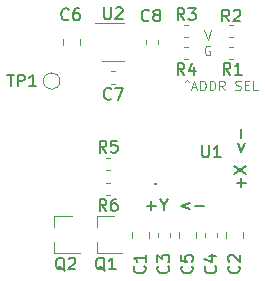
<source format=gto>
G04 #@! TF.GenerationSoftware,KiCad,Pcbnew,(5.1.2)-1*
G04 #@! TF.CreationDate,2025-09-14T13:11:52+09:00*
G04 #@! TF.ProjectId,ots,6f74732e-6b69-4636-9164-5f7063625858,v1.1*
G04 #@! TF.SameCoordinates,Original*
G04 #@! TF.FileFunction,Legend,Top*
G04 #@! TF.FilePolarity,Positive*
%FSLAX46Y46*%
G04 Gerber Fmt 4.6, Leading zero omitted, Abs format (unit mm)*
G04 Created by KiCad (PCBNEW (5.1.2)-1) date 2025-09-14 13:11:52*
%MOMM*%
%LPD*%
G04 APERTURE LIST*
%ADD10C,0.120000*%
%ADD11C,0.150000*%
%ADD12C,3.302000*%
%ADD13R,1.162000X0.752000*%
%ADD14C,0.100000*%
%ADD15C,0.977000*%
%ADD16R,1.002000X0.902000*%
%ADD17C,1.077000*%
%ADD18R,0.490000X0.740000*%
%ADD19R,0.490000X0.840000*%
%ADD20C,1.102000*%
%ADD21O,1.902000X1.626000*%
G04 APERTURE END LIST*
D10*
X166933333Y-81201904D02*
X167200000Y-82001904D01*
X167466666Y-81201904D01*
X167409523Y-82560000D02*
X167333333Y-82521904D01*
X167219047Y-82521904D01*
X167104761Y-82560000D01*
X167028571Y-82636190D01*
X166990476Y-82712380D01*
X166952380Y-82864761D01*
X166952380Y-82979047D01*
X166990476Y-83131428D01*
X167028571Y-83207619D01*
X167104761Y-83283809D01*
X167219047Y-83321904D01*
X167295238Y-83321904D01*
X167409523Y-83283809D01*
X167447619Y-83245714D01*
X167447619Y-82979047D01*
X167295238Y-82979047D01*
X165333333Y-85538095D02*
X165485714Y-85423809D01*
X165638095Y-85538095D01*
X165866666Y-86033333D02*
X166247619Y-86033333D01*
X165790476Y-86261904D02*
X166057142Y-85461904D01*
X166323809Y-86261904D01*
X166590476Y-86261904D02*
X166590476Y-85461904D01*
X166780952Y-85461904D01*
X166895238Y-85500000D01*
X166971428Y-85576190D01*
X167009523Y-85652380D01*
X167047619Y-85804761D01*
X167047619Y-85919047D01*
X167009523Y-86071428D01*
X166971428Y-86147619D01*
X166895238Y-86223809D01*
X166780952Y-86261904D01*
X166590476Y-86261904D01*
X167390476Y-86261904D02*
X167390476Y-85461904D01*
X167580952Y-85461904D01*
X167695238Y-85500000D01*
X167771428Y-85576190D01*
X167809523Y-85652380D01*
X167847619Y-85804761D01*
X167847619Y-85919047D01*
X167809523Y-86071428D01*
X167771428Y-86147619D01*
X167695238Y-86223809D01*
X167580952Y-86261904D01*
X167390476Y-86261904D01*
X168647619Y-86261904D02*
X168380952Y-85880952D01*
X168190476Y-86261904D02*
X168190476Y-85461904D01*
X168495238Y-85461904D01*
X168571428Y-85500000D01*
X168609523Y-85538095D01*
X168647619Y-85614285D01*
X168647619Y-85728571D01*
X168609523Y-85804761D01*
X168571428Y-85842857D01*
X168495238Y-85880952D01*
X168190476Y-85880952D01*
X169561904Y-86223809D02*
X169676190Y-86261904D01*
X169866666Y-86261904D01*
X169942857Y-86223809D01*
X169980952Y-86185714D01*
X170019047Y-86109523D01*
X170019047Y-86033333D01*
X169980952Y-85957142D01*
X169942857Y-85919047D01*
X169866666Y-85880952D01*
X169714285Y-85842857D01*
X169638095Y-85804761D01*
X169600000Y-85766666D01*
X169561904Y-85690476D01*
X169561904Y-85614285D01*
X169600000Y-85538095D01*
X169638095Y-85500000D01*
X169714285Y-85461904D01*
X169904761Y-85461904D01*
X170019047Y-85500000D01*
X170361904Y-85842857D02*
X170628571Y-85842857D01*
X170742857Y-86261904D02*
X170361904Y-86261904D01*
X170361904Y-85461904D01*
X170742857Y-85461904D01*
X171466666Y-86261904D02*
X171085714Y-86261904D01*
X171085714Y-85461904D01*
D11*
X162071428Y-96071428D02*
X162833333Y-96071428D01*
X162452380Y-96452380D02*
X162452380Y-95690476D01*
X163500000Y-95976190D02*
X163500000Y-96452380D01*
X163166666Y-95452380D02*
X163500000Y-95976190D01*
X163833333Y-95452380D01*
X165690476Y-95785714D02*
X164928571Y-96071428D01*
X165690476Y-96357142D01*
X166166666Y-96071428D02*
X166928571Y-96071428D01*
X170071428Y-94476190D02*
X170071428Y-93714285D01*
X170452380Y-94095238D02*
X169690476Y-94095238D01*
X169452380Y-93333333D02*
X170452380Y-92666666D01*
X169452380Y-92666666D02*
X170452380Y-93333333D01*
X169785714Y-90761904D02*
X170071428Y-91523809D01*
X170357142Y-90761904D01*
X170071428Y-90285714D02*
X170071428Y-89523809D01*
D10*
X160100000Y-80590000D02*
X157650000Y-80590000D01*
X158300000Y-83810000D02*
X160100000Y-83810000D01*
X158962779Y-94090000D02*
X158637221Y-94090000D01*
X158962779Y-95110000D02*
X158637221Y-95110000D01*
X158962779Y-91990000D02*
X158637221Y-91990000D01*
X158962779Y-93010000D02*
X158637221Y-93010000D01*
X154240000Y-96920000D02*
X155700000Y-96920000D01*
X154240000Y-100080000D02*
X156400000Y-100080000D01*
X154240000Y-100080000D02*
X154240000Y-99150000D01*
X154240000Y-96920000D02*
X154240000Y-97850000D01*
X157840000Y-96920000D02*
X159300000Y-96920000D01*
X157840000Y-100080000D02*
X160000000Y-100080000D01*
X157840000Y-100080000D02*
X157840000Y-99150000D01*
X157840000Y-96920000D02*
X157840000Y-97850000D01*
X161990000Y-82037221D02*
X161990000Y-82362779D01*
X163010000Y-82037221D02*
X163010000Y-82362779D01*
X159362779Y-84690000D02*
X159037221Y-84690000D01*
X159362779Y-85710000D02*
X159037221Y-85710000D01*
X154990000Y-81941422D02*
X154990000Y-82458578D01*
X156410000Y-81941422D02*
X156410000Y-82458578D01*
X154700000Y-85500000D02*
G75*
G03X154700000Y-85500000I-700000J0D01*
G01*
X165562779Y-82590000D02*
X165237221Y-82590000D01*
X165562779Y-83610000D02*
X165237221Y-83610000D01*
X165237221Y-81810000D02*
X165562779Y-81810000D01*
X165237221Y-80790000D02*
X165562779Y-80790000D01*
X169362779Y-80790000D02*
X169037221Y-80790000D01*
X169362779Y-81810000D02*
X169037221Y-81810000D01*
X169362779Y-82590000D02*
X169037221Y-82590000D01*
X169362779Y-83610000D02*
X169037221Y-83610000D01*
X164790000Y-98241422D02*
X164790000Y-98758578D01*
X166210000Y-98241422D02*
X166210000Y-98758578D01*
X166990000Y-98337221D02*
X166990000Y-98662779D01*
X168010000Y-98337221D02*
X168010000Y-98662779D01*
X162990000Y-98337221D02*
X162990000Y-98662779D01*
X164010000Y-98337221D02*
X164010000Y-98662779D01*
X168790000Y-98241422D02*
X168790000Y-98758578D01*
X170210000Y-98241422D02*
X170210000Y-98758578D01*
X160790000Y-98241422D02*
X160790000Y-98758578D01*
X162210000Y-98241422D02*
X162210000Y-98758578D01*
D11*
X158438095Y-79252380D02*
X158438095Y-80061904D01*
X158485714Y-80157142D01*
X158533333Y-80204761D01*
X158628571Y-80252380D01*
X158819047Y-80252380D01*
X158914285Y-80204761D01*
X158961904Y-80157142D01*
X159009523Y-80061904D01*
X159009523Y-79252380D01*
X159438095Y-79347619D02*
X159485714Y-79300000D01*
X159580952Y-79252380D01*
X159819047Y-79252380D01*
X159914285Y-79300000D01*
X159961904Y-79347619D01*
X160009523Y-79442857D01*
X160009523Y-79538095D01*
X159961904Y-79680952D01*
X159390476Y-80252380D01*
X160009523Y-80252380D01*
X158633333Y-96482380D02*
X158300000Y-96006190D01*
X158061904Y-96482380D02*
X158061904Y-95482380D01*
X158442857Y-95482380D01*
X158538095Y-95530000D01*
X158585714Y-95577619D01*
X158633333Y-95672857D01*
X158633333Y-95815714D01*
X158585714Y-95910952D01*
X158538095Y-95958571D01*
X158442857Y-96006190D01*
X158061904Y-96006190D01*
X159490476Y-95482380D02*
X159300000Y-95482380D01*
X159204761Y-95530000D01*
X159157142Y-95577619D01*
X159061904Y-95720476D01*
X159014285Y-95910952D01*
X159014285Y-96291904D01*
X159061904Y-96387142D01*
X159109523Y-96434761D01*
X159204761Y-96482380D01*
X159395238Y-96482380D01*
X159490476Y-96434761D01*
X159538095Y-96387142D01*
X159585714Y-96291904D01*
X159585714Y-96053809D01*
X159538095Y-95958571D01*
X159490476Y-95910952D01*
X159395238Y-95863333D01*
X159204761Y-95863333D01*
X159109523Y-95910952D01*
X159061904Y-95958571D01*
X159014285Y-96053809D01*
X158633333Y-91552380D02*
X158300000Y-91076190D01*
X158061904Y-91552380D02*
X158061904Y-90552380D01*
X158442857Y-90552380D01*
X158538095Y-90600000D01*
X158585714Y-90647619D01*
X158633333Y-90742857D01*
X158633333Y-90885714D01*
X158585714Y-90980952D01*
X158538095Y-91028571D01*
X158442857Y-91076190D01*
X158061904Y-91076190D01*
X159538095Y-90552380D02*
X159061904Y-90552380D01*
X159014285Y-91028571D01*
X159061904Y-90980952D01*
X159157142Y-90933333D01*
X159395238Y-90933333D01*
X159490476Y-90980952D01*
X159538095Y-91028571D01*
X159585714Y-91123809D01*
X159585714Y-91361904D01*
X159538095Y-91457142D01*
X159490476Y-91504761D01*
X159395238Y-91552380D01*
X159157142Y-91552380D01*
X159061904Y-91504761D01*
X159014285Y-91457142D01*
X155104761Y-101547619D02*
X155009523Y-101500000D01*
X154914285Y-101404761D01*
X154771428Y-101261904D01*
X154676190Y-101214285D01*
X154580952Y-101214285D01*
X154628571Y-101452380D02*
X154533333Y-101404761D01*
X154438095Y-101309523D01*
X154390476Y-101119047D01*
X154390476Y-100785714D01*
X154438095Y-100595238D01*
X154533333Y-100500000D01*
X154628571Y-100452380D01*
X154819047Y-100452380D01*
X154914285Y-100500000D01*
X155009523Y-100595238D01*
X155057142Y-100785714D01*
X155057142Y-101119047D01*
X155009523Y-101309523D01*
X154914285Y-101404761D01*
X154819047Y-101452380D01*
X154628571Y-101452380D01*
X155438095Y-100547619D02*
X155485714Y-100500000D01*
X155580952Y-100452380D01*
X155819047Y-100452380D01*
X155914285Y-100500000D01*
X155961904Y-100547619D01*
X156009523Y-100642857D01*
X156009523Y-100738095D01*
X155961904Y-100880952D01*
X155390476Y-101452380D01*
X156009523Y-101452380D01*
X158504761Y-101547619D02*
X158409523Y-101500000D01*
X158314285Y-101404761D01*
X158171428Y-101261904D01*
X158076190Y-101214285D01*
X157980952Y-101214285D01*
X158028571Y-101452380D02*
X157933333Y-101404761D01*
X157838095Y-101309523D01*
X157790476Y-101119047D01*
X157790476Y-100785714D01*
X157838095Y-100595238D01*
X157933333Y-100500000D01*
X158028571Y-100452380D01*
X158219047Y-100452380D01*
X158314285Y-100500000D01*
X158409523Y-100595238D01*
X158457142Y-100785714D01*
X158457142Y-101119047D01*
X158409523Y-101309523D01*
X158314285Y-101404761D01*
X158219047Y-101452380D01*
X158028571Y-101452380D01*
X159409523Y-101452380D02*
X158838095Y-101452380D01*
X159123809Y-101452380D02*
X159123809Y-100452380D01*
X159028571Y-100595238D01*
X158933333Y-100690476D01*
X158838095Y-100738095D01*
X162233333Y-80357142D02*
X162185714Y-80404761D01*
X162042857Y-80452380D01*
X161947619Y-80452380D01*
X161804761Y-80404761D01*
X161709523Y-80309523D01*
X161661904Y-80214285D01*
X161614285Y-80023809D01*
X161614285Y-79880952D01*
X161661904Y-79690476D01*
X161709523Y-79595238D01*
X161804761Y-79500000D01*
X161947619Y-79452380D01*
X162042857Y-79452380D01*
X162185714Y-79500000D01*
X162233333Y-79547619D01*
X162804761Y-79880952D02*
X162709523Y-79833333D01*
X162661904Y-79785714D01*
X162614285Y-79690476D01*
X162614285Y-79642857D01*
X162661904Y-79547619D01*
X162709523Y-79500000D01*
X162804761Y-79452380D01*
X162995238Y-79452380D01*
X163090476Y-79500000D01*
X163138095Y-79547619D01*
X163185714Y-79642857D01*
X163185714Y-79690476D01*
X163138095Y-79785714D01*
X163090476Y-79833333D01*
X162995238Y-79880952D01*
X162804761Y-79880952D01*
X162709523Y-79928571D01*
X162661904Y-79976190D01*
X162614285Y-80071428D01*
X162614285Y-80261904D01*
X162661904Y-80357142D01*
X162709523Y-80404761D01*
X162804761Y-80452380D01*
X162995238Y-80452380D01*
X163090476Y-80404761D01*
X163138095Y-80357142D01*
X163185714Y-80261904D01*
X163185714Y-80071428D01*
X163138095Y-79976190D01*
X163090476Y-79928571D01*
X162995238Y-79880952D01*
X159033333Y-86987142D02*
X158985714Y-87034761D01*
X158842857Y-87082380D01*
X158747619Y-87082380D01*
X158604761Y-87034761D01*
X158509523Y-86939523D01*
X158461904Y-86844285D01*
X158414285Y-86653809D01*
X158414285Y-86510952D01*
X158461904Y-86320476D01*
X158509523Y-86225238D01*
X158604761Y-86130000D01*
X158747619Y-86082380D01*
X158842857Y-86082380D01*
X158985714Y-86130000D01*
X159033333Y-86177619D01*
X159366666Y-86082380D02*
X160033333Y-86082380D01*
X159604761Y-87082380D01*
X155433333Y-80257142D02*
X155385714Y-80304761D01*
X155242857Y-80352380D01*
X155147619Y-80352380D01*
X155004761Y-80304761D01*
X154909523Y-80209523D01*
X154861904Y-80114285D01*
X154814285Y-79923809D01*
X154814285Y-79780952D01*
X154861904Y-79590476D01*
X154909523Y-79495238D01*
X155004761Y-79400000D01*
X155147619Y-79352380D01*
X155242857Y-79352380D01*
X155385714Y-79400000D01*
X155433333Y-79447619D01*
X156290476Y-79352380D02*
X156100000Y-79352380D01*
X156004761Y-79400000D01*
X155957142Y-79447619D01*
X155861904Y-79590476D01*
X155814285Y-79780952D01*
X155814285Y-80161904D01*
X155861904Y-80257142D01*
X155909523Y-80304761D01*
X156004761Y-80352380D01*
X156195238Y-80352380D01*
X156290476Y-80304761D01*
X156338095Y-80257142D01*
X156385714Y-80161904D01*
X156385714Y-79923809D01*
X156338095Y-79828571D01*
X156290476Y-79780952D01*
X156195238Y-79733333D01*
X156004761Y-79733333D01*
X155909523Y-79780952D01*
X155861904Y-79828571D01*
X155814285Y-79923809D01*
X166738095Y-90952380D02*
X166738095Y-91761904D01*
X166785714Y-91857142D01*
X166833333Y-91904761D01*
X166928571Y-91952380D01*
X167119047Y-91952380D01*
X167214285Y-91904761D01*
X167261904Y-91857142D01*
X167309523Y-91761904D01*
X167309523Y-90952380D01*
X168309523Y-91952380D02*
X167738095Y-91952380D01*
X168023809Y-91952380D02*
X168023809Y-90952380D01*
X167928571Y-91095238D01*
X167833333Y-91190476D01*
X167738095Y-91238095D01*
X162800000Y-94157142D02*
X162847619Y-94204761D01*
X162800000Y-94252380D01*
X162752380Y-94204761D01*
X162800000Y-94157142D01*
X162800000Y-94252380D01*
X150238095Y-84952380D02*
X150809523Y-84952380D01*
X150523809Y-85952380D02*
X150523809Y-84952380D01*
X151142857Y-85952380D02*
X151142857Y-84952380D01*
X151523809Y-84952380D01*
X151619047Y-85000000D01*
X151666666Y-85047619D01*
X151714285Y-85142857D01*
X151714285Y-85285714D01*
X151666666Y-85380952D01*
X151619047Y-85428571D01*
X151523809Y-85476190D01*
X151142857Y-85476190D01*
X152666666Y-85952380D02*
X152095238Y-85952380D01*
X152380952Y-85952380D02*
X152380952Y-84952380D01*
X152285714Y-85095238D01*
X152190476Y-85190476D01*
X152095238Y-85238095D01*
X165233333Y-84982380D02*
X164900000Y-84506190D01*
X164661904Y-84982380D02*
X164661904Y-83982380D01*
X165042857Y-83982380D01*
X165138095Y-84030000D01*
X165185714Y-84077619D01*
X165233333Y-84172857D01*
X165233333Y-84315714D01*
X165185714Y-84410952D01*
X165138095Y-84458571D01*
X165042857Y-84506190D01*
X164661904Y-84506190D01*
X166090476Y-84315714D02*
X166090476Y-84982380D01*
X165852380Y-83934761D02*
X165614285Y-84649047D01*
X166233333Y-84649047D01*
X165233333Y-80322380D02*
X164900000Y-79846190D01*
X164661904Y-80322380D02*
X164661904Y-79322380D01*
X165042857Y-79322380D01*
X165138095Y-79370000D01*
X165185714Y-79417619D01*
X165233333Y-79512857D01*
X165233333Y-79655714D01*
X165185714Y-79750952D01*
X165138095Y-79798571D01*
X165042857Y-79846190D01*
X164661904Y-79846190D01*
X165566666Y-79322380D02*
X166185714Y-79322380D01*
X165852380Y-79703333D01*
X165995238Y-79703333D01*
X166090476Y-79750952D01*
X166138095Y-79798571D01*
X166185714Y-79893809D01*
X166185714Y-80131904D01*
X166138095Y-80227142D01*
X166090476Y-80274761D01*
X165995238Y-80322380D01*
X165709523Y-80322380D01*
X165614285Y-80274761D01*
X165566666Y-80227142D01*
X169033333Y-80452380D02*
X168700000Y-79976190D01*
X168461904Y-80452380D02*
X168461904Y-79452380D01*
X168842857Y-79452380D01*
X168938095Y-79500000D01*
X168985714Y-79547619D01*
X169033333Y-79642857D01*
X169033333Y-79785714D01*
X168985714Y-79880952D01*
X168938095Y-79928571D01*
X168842857Y-79976190D01*
X168461904Y-79976190D01*
X169414285Y-79547619D02*
X169461904Y-79500000D01*
X169557142Y-79452380D01*
X169795238Y-79452380D01*
X169890476Y-79500000D01*
X169938095Y-79547619D01*
X169985714Y-79642857D01*
X169985714Y-79738095D01*
X169938095Y-79880952D01*
X169366666Y-80452380D01*
X169985714Y-80452380D01*
X169133333Y-84952380D02*
X168800000Y-84476190D01*
X168561904Y-84952380D02*
X168561904Y-83952380D01*
X168942857Y-83952380D01*
X169038095Y-84000000D01*
X169085714Y-84047619D01*
X169133333Y-84142857D01*
X169133333Y-84285714D01*
X169085714Y-84380952D01*
X169038095Y-84428571D01*
X168942857Y-84476190D01*
X168561904Y-84476190D01*
X170085714Y-84952380D02*
X169514285Y-84952380D01*
X169800000Y-84952380D02*
X169800000Y-83952380D01*
X169704761Y-84095238D01*
X169609523Y-84190476D01*
X169514285Y-84238095D01*
X165857142Y-101166666D02*
X165904761Y-101214285D01*
X165952380Y-101357142D01*
X165952380Y-101452380D01*
X165904761Y-101595238D01*
X165809523Y-101690476D01*
X165714285Y-101738095D01*
X165523809Y-101785714D01*
X165380952Y-101785714D01*
X165190476Y-101738095D01*
X165095238Y-101690476D01*
X165000000Y-101595238D01*
X164952380Y-101452380D01*
X164952380Y-101357142D01*
X165000000Y-101214285D01*
X165047619Y-101166666D01*
X164952380Y-100261904D02*
X164952380Y-100738095D01*
X165428571Y-100785714D01*
X165380952Y-100738095D01*
X165333333Y-100642857D01*
X165333333Y-100404761D01*
X165380952Y-100309523D01*
X165428571Y-100261904D01*
X165523809Y-100214285D01*
X165761904Y-100214285D01*
X165857142Y-100261904D01*
X165904761Y-100309523D01*
X165952380Y-100404761D01*
X165952380Y-100642857D01*
X165904761Y-100738095D01*
X165857142Y-100785714D01*
X167857142Y-101166666D02*
X167904761Y-101214285D01*
X167952380Y-101357142D01*
X167952380Y-101452380D01*
X167904761Y-101595238D01*
X167809523Y-101690476D01*
X167714285Y-101738095D01*
X167523809Y-101785714D01*
X167380952Y-101785714D01*
X167190476Y-101738095D01*
X167095238Y-101690476D01*
X167000000Y-101595238D01*
X166952380Y-101452380D01*
X166952380Y-101357142D01*
X167000000Y-101214285D01*
X167047619Y-101166666D01*
X167285714Y-100309523D02*
X167952380Y-100309523D01*
X166904761Y-100547619D02*
X167619047Y-100785714D01*
X167619047Y-100166666D01*
X163857142Y-101166666D02*
X163904761Y-101214285D01*
X163952380Y-101357142D01*
X163952380Y-101452380D01*
X163904761Y-101595238D01*
X163809523Y-101690476D01*
X163714285Y-101738095D01*
X163523809Y-101785714D01*
X163380952Y-101785714D01*
X163190476Y-101738095D01*
X163095238Y-101690476D01*
X163000000Y-101595238D01*
X162952380Y-101452380D01*
X162952380Y-101357142D01*
X163000000Y-101214285D01*
X163047619Y-101166666D01*
X162952380Y-100833333D02*
X162952380Y-100214285D01*
X163333333Y-100547619D01*
X163333333Y-100404761D01*
X163380952Y-100309523D01*
X163428571Y-100261904D01*
X163523809Y-100214285D01*
X163761904Y-100214285D01*
X163857142Y-100261904D01*
X163904761Y-100309523D01*
X163952380Y-100404761D01*
X163952380Y-100690476D01*
X163904761Y-100785714D01*
X163857142Y-100833333D01*
X169857142Y-101166666D02*
X169904761Y-101214285D01*
X169952380Y-101357142D01*
X169952380Y-101452380D01*
X169904761Y-101595238D01*
X169809523Y-101690476D01*
X169714285Y-101738095D01*
X169523809Y-101785714D01*
X169380952Y-101785714D01*
X169190476Y-101738095D01*
X169095238Y-101690476D01*
X169000000Y-101595238D01*
X168952380Y-101452380D01*
X168952380Y-101357142D01*
X169000000Y-101214285D01*
X169047619Y-101166666D01*
X169047619Y-100785714D02*
X169000000Y-100738095D01*
X168952380Y-100642857D01*
X168952380Y-100404761D01*
X169000000Y-100309523D01*
X169047619Y-100261904D01*
X169142857Y-100214285D01*
X169238095Y-100214285D01*
X169380952Y-100261904D01*
X169952380Y-100833333D01*
X169952380Y-100214285D01*
X161857142Y-101166666D02*
X161904761Y-101214285D01*
X161952380Y-101357142D01*
X161952380Y-101452380D01*
X161904761Y-101595238D01*
X161809523Y-101690476D01*
X161714285Y-101738095D01*
X161523809Y-101785714D01*
X161380952Y-101785714D01*
X161190476Y-101738095D01*
X161095238Y-101690476D01*
X161000000Y-101595238D01*
X160952380Y-101452380D01*
X160952380Y-101357142D01*
X161000000Y-101214285D01*
X161047619Y-101166666D01*
X161952380Y-100214285D02*
X161952380Y-100785714D01*
X161952380Y-100500000D02*
X160952380Y-100500000D01*
X161095238Y-100595238D01*
X161190476Y-100690476D01*
X161238095Y-100785714D01*
%LPC*%
D12*
X150000000Y-101000000D03*
X150000000Y-82000000D03*
D13*
X160300000Y-81250000D03*
X160300000Y-83150000D03*
X158100000Y-83150000D03*
X158100000Y-82200000D03*
X158100000Y-81250000D03*
D14*
G36*
X158280691Y-94075176D02*
G01*
X158304401Y-94078693D01*
X158327652Y-94084517D01*
X158350220Y-94092592D01*
X158371889Y-94102841D01*
X158392448Y-94115164D01*
X158411701Y-94129442D01*
X158429461Y-94145539D01*
X158445558Y-94163299D01*
X158459836Y-94182552D01*
X158472159Y-94203111D01*
X158482408Y-94224780D01*
X158490483Y-94247348D01*
X158496307Y-94270599D01*
X158499824Y-94294309D01*
X158501000Y-94318250D01*
X158501000Y-94881750D01*
X158499824Y-94905691D01*
X158496307Y-94929401D01*
X158490483Y-94952652D01*
X158482408Y-94975220D01*
X158472159Y-94996889D01*
X158459836Y-95017448D01*
X158445558Y-95036701D01*
X158429461Y-95054461D01*
X158411701Y-95070558D01*
X158392448Y-95084836D01*
X158371889Y-95097159D01*
X158350220Y-95107408D01*
X158327652Y-95115483D01*
X158304401Y-95121307D01*
X158280691Y-95124824D01*
X158256750Y-95126000D01*
X157768250Y-95126000D01*
X157744309Y-95124824D01*
X157720599Y-95121307D01*
X157697348Y-95115483D01*
X157674780Y-95107408D01*
X157653111Y-95097159D01*
X157632552Y-95084836D01*
X157613299Y-95070558D01*
X157595539Y-95054461D01*
X157579442Y-95036701D01*
X157565164Y-95017448D01*
X157552841Y-94996889D01*
X157542592Y-94975220D01*
X157534517Y-94952652D01*
X157528693Y-94929401D01*
X157525176Y-94905691D01*
X157524000Y-94881750D01*
X157524000Y-94318250D01*
X157525176Y-94294309D01*
X157528693Y-94270599D01*
X157534517Y-94247348D01*
X157542592Y-94224780D01*
X157552841Y-94203111D01*
X157565164Y-94182552D01*
X157579442Y-94163299D01*
X157595539Y-94145539D01*
X157613299Y-94129442D01*
X157632552Y-94115164D01*
X157653111Y-94102841D01*
X157674780Y-94092592D01*
X157697348Y-94084517D01*
X157720599Y-94078693D01*
X157744309Y-94075176D01*
X157768250Y-94074000D01*
X158256750Y-94074000D01*
X158280691Y-94075176D01*
X158280691Y-94075176D01*
G37*
D15*
X158012500Y-94600000D03*
D14*
G36*
X159855691Y-94075176D02*
G01*
X159879401Y-94078693D01*
X159902652Y-94084517D01*
X159925220Y-94092592D01*
X159946889Y-94102841D01*
X159967448Y-94115164D01*
X159986701Y-94129442D01*
X160004461Y-94145539D01*
X160020558Y-94163299D01*
X160034836Y-94182552D01*
X160047159Y-94203111D01*
X160057408Y-94224780D01*
X160065483Y-94247348D01*
X160071307Y-94270599D01*
X160074824Y-94294309D01*
X160076000Y-94318250D01*
X160076000Y-94881750D01*
X160074824Y-94905691D01*
X160071307Y-94929401D01*
X160065483Y-94952652D01*
X160057408Y-94975220D01*
X160047159Y-94996889D01*
X160034836Y-95017448D01*
X160020558Y-95036701D01*
X160004461Y-95054461D01*
X159986701Y-95070558D01*
X159967448Y-95084836D01*
X159946889Y-95097159D01*
X159925220Y-95107408D01*
X159902652Y-95115483D01*
X159879401Y-95121307D01*
X159855691Y-95124824D01*
X159831750Y-95126000D01*
X159343250Y-95126000D01*
X159319309Y-95124824D01*
X159295599Y-95121307D01*
X159272348Y-95115483D01*
X159249780Y-95107408D01*
X159228111Y-95097159D01*
X159207552Y-95084836D01*
X159188299Y-95070558D01*
X159170539Y-95054461D01*
X159154442Y-95036701D01*
X159140164Y-95017448D01*
X159127841Y-94996889D01*
X159117592Y-94975220D01*
X159109517Y-94952652D01*
X159103693Y-94929401D01*
X159100176Y-94905691D01*
X159099000Y-94881750D01*
X159099000Y-94318250D01*
X159100176Y-94294309D01*
X159103693Y-94270599D01*
X159109517Y-94247348D01*
X159117592Y-94224780D01*
X159127841Y-94203111D01*
X159140164Y-94182552D01*
X159154442Y-94163299D01*
X159170539Y-94145539D01*
X159188299Y-94129442D01*
X159207552Y-94115164D01*
X159228111Y-94102841D01*
X159249780Y-94092592D01*
X159272348Y-94084517D01*
X159295599Y-94078693D01*
X159319309Y-94075176D01*
X159343250Y-94074000D01*
X159831750Y-94074000D01*
X159855691Y-94075176D01*
X159855691Y-94075176D01*
G37*
D15*
X159587500Y-94600000D03*
D14*
G36*
X158280691Y-91975176D02*
G01*
X158304401Y-91978693D01*
X158327652Y-91984517D01*
X158350220Y-91992592D01*
X158371889Y-92002841D01*
X158392448Y-92015164D01*
X158411701Y-92029442D01*
X158429461Y-92045539D01*
X158445558Y-92063299D01*
X158459836Y-92082552D01*
X158472159Y-92103111D01*
X158482408Y-92124780D01*
X158490483Y-92147348D01*
X158496307Y-92170599D01*
X158499824Y-92194309D01*
X158501000Y-92218250D01*
X158501000Y-92781750D01*
X158499824Y-92805691D01*
X158496307Y-92829401D01*
X158490483Y-92852652D01*
X158482408Y-92875220D01*
X158472159Y-92896889D01*
X158459836Y-92917448D01*
X158445558Y-92936701D01*
X158429461Y-92954461D01*
X158411701Y-92970558D01*
X158392448Y-92984836D01*
X158371889Y-92997159D01*
X158350220Y-93007408D01*
X158327652Y-93015483D01*
X158304401Y-93021307D01*
X158280691Y-93024824D01*
X158256750Y-93026000D01*
X157768250Y-93026000D01*
X157744309Y-93024824D01*
X157720599Y-93021307D01*
X157697348Y-93015483D01*
X157674780Y-93007408D01*
X157653111Y-92997159D01*
X157632552Y-92984836D01*
X157613299Y-92970558D01*
X157595539Y-92954461D01*
X157579442Y-92936701D01*
X157565164Y-92917448D01*
X157552841Y-92896889D01*
X157542592Y-92875220D01*
X157534517Y-92852652D01*
X157528693Y-92829401D01*
X157525176Y-92805691D01*
X157524000Y-92781750D01*
X157524000Y-92218250D01*
X157525176Y-92194309D01*
X157528693Y-92170599D01*
X157534517Y-92147348D01*
X157542592Y-92124780D01*
X157552841Y-92103111D01*
X157565164Y-92082552D01*
X157579442Y-92063299D01*
X157595539Y-92045539D01*
X157613299Y-92029442D01*
X157632552Y-92015164D01*
X157653111Y-92002841D01*
X157674780Y-91992592D01*
X157697348Y-91984517D01*
X157720599Y-91978693D01*
X157744309Y-91975176D01*
X157768250Y-91974000D01*
X158256750Y-91974000D01*
X158280691Y-91975176D01*
X158280691Y-91975176D01*
G37*
D15*
X158012500Y-92500000D03*
D14*
G36*
X159855691Y-91975176D02*
G01*
X159879401Y-91978693D01*
X159902652Y-91984517D01*
X159925220Y-91992592D01*
X159946889Y-92002841D01*
X159967448Y-92015164D01*
X159986701Y-92029442D01*
X160004461Y-92045539D01*
X160020558Y-92063299D01*
X160034836Y-92082552D01*
X160047159Y-92103111D01*
X160057408Y-92124780D01*
X160065483Y-92147348D01*
X160071307Y-92170599D01*
X160074824Y-92194309D01*
X160076000Y-92218250D01*
X160076000Y-92781750D01*
X160074824Y-92805691D01*
X160071307Y-92829401D01*
X160065483Y-92852652D01*
X160057408Y-92875220D01*
X160047159Y-92896889D01*
X160034836Y-92917448D01*
X160020558Y-92936701D01*
X160004461Y-92954461D01*
X159986701Y-92970558D01*
X159967448Y-92984836D01*
X159946889Y-92997159D01*
X159925220Y-93007408D01*
X159902652Y-93015483D01*
X159879401Y-93021307D01*
X159855691Y-93024824D01*
X159831750Y-93026000D01*
X159343250Y-93026000D01*
X159319309Y-93024824D01*
X159295599Y-93021307D01*
X159272348Y-93015483D01*
X159249780Y-93007408D01*
X159228111Y-92997159D01*
X159207552Y-92984836D01*
X159188299Y-92970558D01*
X159170539Y-92954461D01*
X159154442Y-92936701D01*
X159140164Y-92917448D01*
X159127841Y-92896889D01*
X159117592Y-92875220D01*
X159109517Y-92852652D01*
X159103693Y-92829401D01*
X159100176Y-92805691D01*
X159099000Y-92781750D01*
X159099000Y-92218250D01*
X159100176Y-92194309D01*
X159103693Y-92170599D01*
X159109517Y-92147348D01*
X159117592Y-92124780D01*
X159127841Y-92103111D01*
X159140164Y-92082552D01*
X159154442Y-92063299D01*
X159170539Y-92045539D01*
X159188299Y-92029442D01*
X159207552Y-92015164D01*
X159228111Y-92002841D01*
X159249780Y-91992592D01*
X159272348Y-91984517D01*
X159295599Y-91978693D01*
X159319309Y-91975176D01*
X159343250Y-91974000D01*
X159831750Y-91974000D01*
X159855691Y-91975176D01*
X159855691Y-91975176D01*
G37*
D15*
X159587500Y-92500000D03*
D16*
X154000000Y-98500000D03*
X156000000Y-97550000D03*
X156000000Y-99450000D03*
X157600000Y-98500000D03*
X159600000Y-97550000D03*
X159600000Y-99450000D03*
D14*
G36*
X162805691Y-82500176D02*
G01*
X162829401Y-82503693D01*
X162852652Y-82509517D01*
X162875220Y-82517592D01*
X162896889Y-82527841D01*
X162917448Y-82540164D01*
X162936701Y-82554442D01*
X162954461Y-82570539D01*
X162970558Y-82588299D01*
X162984836Y-82607552D01*
X162997159Y-82628111D01*
X163007408Y-82649780D01*
X163015483Y-82672348D01*
X163021307Y-82695599D01*
X163024824Y-82719309D01*
X163026000Y-82743250D01*
X163026000Y-83231750D01*
X163024824Y-83255691D01*
X163021307Y-83279401D01*
X163015483Y-83302652D01*
X163007408Y-83325220D01*
X162997159Y-83346889D01*
X162984836Y-83367448D01*
X162970558Y-83386701D01*
X162954461Y-83404461D01*
X162936701Y-83420558D01*
X162917448Y-83434836D01*
X162896889Y-83447159D01*
X162875220Y-83457408D01*
X162852652Y-83465483D01*
X162829401Y-83471307D01*
X162805691Y-83474824D01*
X162781750Y-83476000D01*
X162218250Y-83476000D01*
X162194309Y-83474824D01*
X162170599Y-83471307D01*
X162147348Y-83465483D01*
X162124780Y-83457408D01*
X162103111Y-83447159D01*
X162082552Y-83434836D01*
X162063299Y-83420558D01*
X162045539Y-83404461D01*
X162029442Y-83386701D01*
X162015164Y-83367448D01*
X162002841Y-83346889D01*
X161992592Y-83325220D01*
X161984517Y-83302652D01*
X161978693Y-83279401D01*
X161975176Y-83255691D01*
X161974000Y-83231750D01*
X161974000Y-82743250D01*
X161975176Y-82719309D01*
X161978693Y-82695599D01*
X161984517Y-82672348D01*
X161992592Y-82649780D01*
X162002841Y-82628111D01*
X162015164Y-82607552D01*
X162029442Y-82588299D01*
X162045539Y-82570539D01*
X162063299Y-82554442D01*
X162082552Y-82540164D01*
X162103111Y-82527841D01*
X162124780Y-82517592D01*
X162147348Y-82509517D01*
X162170599Y-82503693D01*
X162194309Y-82500176D01*
X162218250Y-82499000D01*
X162781750Y-82499000D01*
X162805691Y-82500176D01*
X162805691Y-82500176D01*
G37*
D15*
X162500000Y-82987500D03*
D14*
G36*
X162805691Y-80925176D02*
G01*
X162829401Y-80928693D01*
X162852652Y-80934517D01*
X162875220Y-80942592D01*
X162896889Y-80952841D01*
X162917448Y-80965164D01*
X162936701Y-80979442D01*
X162954461Y-80995539D01*
X162970558Y-81013299D01*
X162984836Y-81032552D01*
X162997159Y-81053111D01*
X163007408Y-81074780D01*
X163015483Y-81097348D01*
X163021307Y-81120599D01*
X163024824Y-81144309D01*
X163026000Y-81168250D01*
X163026000Y-81656750D01*
X163024824Y-81680691D01*
X163021307Y-81704401D01*
X163015483Y-81727652D01*
X163007408Y-81750220D01*
X162997159Y-81771889D01*
X162984836Y-81792448D01*
X162970558Y-81811701D01*
X162954461Y-81829461D01*
X162936701Y-81845558D01*
X162917448Y-81859836D01*
X162896889Y-81872159D01*
X162875220Y-81882408D01*
X162852652Y-81890483D01*
X162829401Y-81896307D01*
X162805691Y-81899824D01*
X162781750Y-81901000D01*
X162218250Y-81901000D01*
X162194309Y-81899824D01*
X162170599Y-81896307D01*
X162147348Y-81890483D01*
X162124780Y-81882408D01*
X162103111Y-81872159D01*
X162082552Y-81859836D01*
X162063299Y-81845558D01*
X162045539Y-81829461D01*
X162029442Y-81811701D01*
X162015164Y-81792448D01*
X162002841Y-81771889D01*
X161992592Y-81750220D01*
X161984517Y-81727652D01*
X161978693Y-81704401D01*
X161975176Y-81680691D01*
X161974000Y-81656750D01*
X161974000Y-81168250D01*
X161975176Y-81144309D01*
X161978693Y-81120599D01*
X161984517Y-81097348D01*
X161992592Y-81074780D01*
X162002841Y-81053111D01*
X162015164Y-81032552D01*
X162029442Y-81013299D01*
X162045539Y-80995539D01*
X162063299Y-80979442D01*
X162082552Y-80965164D01*
X162103111Y-80952841D01*
X162124780Y-80942592D01*
X162147348Y-80934517D01*
X162170599Y-80928693D01*
X162194309Y-80925176D01*
X162218250Y-80924000D01*
X162781750Y-80924000D01*
X162805691Y-80925176D01*
X162805691Y-80925176D01*
G37*
D15*
X162500000Y-81412500D03*
D14*
G36*
X158680691Y-84675176D02*
G01*
X158704401Y-84678693D01*
X158727652Y-84684517D01*
X158750220Y-84692592D01*
X158771889Y-84702841D01*
X158792448Y-84715164D01*
X158811701Y-84729442D01*
X158829461Y-84745539D01*
X158845558Y-84763299D01*
X158859836Y-84782552D01*
X158872159Y-84803111D01*
X158882408Y-84824780D01*
X158890483Y-84847348D01*
X158896307Y-84870599D01*
X158899824Y-84894309D01*
X158901000Y-84918250D01*
X158901000Y-85481750D01*
X158899824Y-85505691D01*
X158896307Y-85529401D01*
X158890483Y-85552652D01*
X158882408Y-85575220D01*
X158872159Y-85596889D01*
X158859836Y-85617448D01*
X158845558Y-85636701D01*
X158829461Y-85654461D01*
X158811701Y-85670558D01*
X158792448Y-85684836D01*
X158771889Y-85697159D01*
X158750220Y-85707408D01*
X158727652Y-85715483D01*
X158704401Y-85721307D01*
X158680691Y-85724824D01*
X158656750Y-85726000D01*
X158168250Y-85726000D01*
X158144309Y-85724824D01*
X158120599Y-85721307D01*
X158097348Y-85715483D01*
X158074780Y-85707408D01*
X158053111Y-85697159D01*
X158032552Y-85684836D01*
X158013299Y-85670558D01*
X157995539Y-85654461D01*
X157979442Y-85636701D01*
X157965164Y-85617448D01*
X157952841Y-85596889D01*
X157942592Y-85575220D01*
X157934517Y-85552652D01*
X157928693Y-85529401D01*
X157925176Y-85505691D01*
X157924000Y-85481750D01*
X157924000Y-84918250D01*
X157925176Y-84894309D01*
X157928693Y-84870599D01*
X157934517Y-84847348D01*
X157942592Y-84824780D01*
X157952841Y-84803111D01*
X157965164Y-84782552D01*
X157979442Y-84763299D01*
X157995539Y-84745539D01*
X158013299Y-84729442D01*
X158032552Y-84715164D01*
X158053111Y-84702841D01*
X158074780Y-84692592D01*
X158097348Y-84684517D01*
X158120599Y-84678693D01*
X158144309Y-84675176D01*
X158168250Y-84674000D01*
X158656750Y-84674000D01*
X158680691Y-84675176D01*
X158680691Y-84675176D01*
G37*
D15*
X158412500Y-85200000D03*
D14*
G36*
X160255691Y-84675176D02*
G01*
X160279401Y-84678693D01*
X160302652Y-84684517D01*
X160325220Y-84692592D01*
X160346889Y-84702841D01*
X160367448Y-84715164D01*
X160386701Y-84729442D01*
X160404461Y-84745539D01*
X160420558Y-84763299D01*
X160434836Y-84782552D01*
X160447159Y-84803111D01*
X160457408Y-84824780D01*
X160465483Y-84847348D01*
X160471307Y-84870599D01*
X160474824Y-84894309D01*
X160476000Y-84918250D01*
X160476000Y-85481750D01*
X160474824Y-85505691D01*
X160471307Y-85529401D01*
X160465483Y-85552652D01*
X160457408Y-85575220D01*
X160447159Y-85596889D01*
X160434836Y-85617448D01*
X160420558Y-85636701D01*
X160404461Y-85654461D01*
X160386701Y-85670558D01*
X160367448Y-85684836D01*
X160346889Y-85697159D01*
X160325220Y-85707408D01*
X160302652Y-85715483D01*
X160279401Y-85721307D01*
X160255691Y-85724824D01*
X160231750Y-85726000D01*
X159743250Y-85726000D01*
X159719309Y-85724824D01*
X159695599Y-85721307D01*
X159672348Y-85715483D01*
X159649780Y-85707408D01*
X159628111Y-85697159D01*
X159607552Y-85684836D01*
X159588299Y-85670558D01*
X159570539Y-85654461D01*
X159554442Y-85636701D01*
X159540164Y-85617448D01*
X159527841Y-85596889D01*
X159517592Y-85575220D01*
X159509517Y-85552652D01*
X159503693Y-85529401D01*
X159500176Y-85505691D01*
X159499000Y-85481750D01*
X159499000Y-84918250D01*
X159500176Y-84894309D01*
X159503693Y-84870599D01*
X159509517Y-84847348D01*
X159517592Y-84824780D01*
X159527841Y-84803111D01*
X159540164Y-84782552D01*
X159554442Y-84763299D01*
X159570539Y-84745539D01*
X159588299Y-84729442D01*
X159607552Y-84715164D01*
X159628111Y-84702841D01*
X159649780Y-84692592D01*
X159672348Y-84684517D01*
X159695599Y-84678693D01*
X159719309Y-84675176D01*
X159743250Y-84674000D01*
X160231750Y-84674000D01*
X160255691Y-84675176D01*
X160255691Y-84675176D01*
G37*
D15*
X159987500Y-85200000D03*
D14*
G36*
X156208141Y-82600297D02*
G01*
X156234278Y-82604174D01*
X156259909Y-82610594D01*
X156284788Y-82619495D01*
X156308674Y-82630793D01*
X156331337Y-82644377D01*
X156352560Y-82660117D01*
X156372139Y-82677861D01*
X156389883Y-82697440D01*
X156405623Y-82718663D01*
X156419207Y-82741326D01*
X156430505Y-82765212D01*
X156439406Y-82790091D01*
X156445826Y-82815722D01*
X156449703Y-82841859D01*
X156451000Y-82868250D01*
X156451000Y-83406750D01*
X156449703Y-83433141D01*
X156445826Y-83459278D01*
X156439406Y-83484909D01*
X156430505Y-83509788D01*
X156419207Y-83533674D01*
X156405623Y-83556337D01*
X156389883Y-83577560D01*
X156372139Y-83597139D01*
X156352560Y-83614883D01*
X156331337Y-83630623D01*
X156308674Y-83644207D01*
X156284788Y-83655505D01*
X156259909Y-83664406D01*
X156234278Y-83670826D01*
X156208141Y-83674703D01*
X156181750Y-83676000D01*
X155218250Y-83676000D01*
X155191859Y-83674703D01*
X155165722Y-83670826D01*
X155140091Y-83664406D01*
X155115212Y-83655505D01*
X155091326Y-83644207D01*
X155068663Y-83630623D01*
X155047440Y-83614883D01*
X155027861Y-83597139D01*
X155010117Y-83577560D01*
X154994377Y-83556337D01*
X154980793Y-83533674D01*
X154969495Y-83509788D01*
X154960594Y-83484909D01*
X154954174Y-83459278D01*
X154950297Y-83433141D01*
X154949000Y-83406750D01*
X154949000Y-82868250D01*
X154950297Y-82841859D01*
X154954174Y-82815722D01*
X154960594Y-82790091D01*
X154969495Y-82765212D01*
X154980793Y-82741326D01*
X154994377Y-82718663D01*
X155010117Y-82697440D01*
X155027861Y-82677861D01*
X155047440Y-82660117D01*
X155068663Y-82644377D01*
X155091326Y-82630793D01*
X155115212Y-82619495D01*
X155140091Y-82610594D01*
X155165722Y-82604174D01*
X155191859Y-82600297D01*
X155218250Y-82599000D01*
X156181750Y-82599000D01*
X156208141Y-82600297D01*
X156208141Y-82600297D01*
G37*
D17*
X155700000Y-83137500D03*
D14*
G36*
X156208141Y-80725297D02*
G01*
X156234278Y-80729174D01*
X156259909Y-80735594D01*
X156284788Y-80744495D01*
X156308674Y-80755793D01*
X156331337Y-80769377D01*
X156352560Y-80785117D01*
X156372139Y-80802861D01*
X156389883Y-80822440D01*
X156405623Y-80843663D01*
X156419207Y-80866326D01*
X156430505Y-80890212D01*
X156439406Y-80915091D01*
X156445826Y-80940722D01*
X156449703Y-80966859D01*
X156451000Y-80993250D01*
X156451000Y-81531750D01*
X156449703Y-81558141D01*
X156445826Y-81584278D01*
X156439406Y-81609909D01*
X156430505Y-81634788D01*
X156419207Y-81658674D01*
X156405623Y-81681337D01*
X156389883Y-81702560D01*
X156372139Y-81722139D01*
X156352560Y-81739883D01*
X156331337Y-81755623D01*
X156308674Y-81769207D01*
X156284788Y-81780505D01*
X156259909Y-81789406D01*
X156234278Y-81795826D01*
X156208141Y-81799703D01*
X156181750Y-81801000D01*
X155218250Y-81801000D01*
X155191859Y-81799703D01*
X155165722Y-81795826D01*
X155140091Y-81789406D01*
X155115212Y-81780505D01*
X155091326Y-81769207D01*
X155068663Y-81755623D01*
X155047440Y-81739883D01*
X155027861Y-81722139D01*
X155010117Y-81702560D01*
X154994377Y-81681337D01*
X154980793Y-81658674D01*
X154969495Y-81634788D01*
X154960594Y-81609909D01*
X154954174Y-81584278D01*
X154950297Y-81558141D01*
X154949000Y-81531750D01*
X154949000Y-80993250D01*
X154950297Y-80966859D01*
X154954174Y-80940722D01*
X154960594Y-80915091D01*
X154969495Y-80890212D01*
X154980793Y-80866326D01*
X154994377Y-80843663D01*
X155010117Y-80822440D01*
X155027861Y-80802861D01*
X155047440Y-80785117D01*
X155068663Y-80769377D01*
X155091326Y-80755793D01*
X155115212Y-80744495D01*
X155140091Y-80735594D01*
X155165722Y-80729174D01*
X155191859Y-80725297D01*
X155218250Y-80724000D01*
X156181750Y-80724000D01*
X156208141Y-80725297D01*
X156208141Y-80725297D01*
G37*
D17*
X155700000Y-81262500D03*
D18*
X162800000Y-90355000D03*
X163600000Y-90355000D03*
X164400000Y-90355000D03*
X165200000Y-90355000D03*
X165200000Y-92645000D03*
X164400000Y-92645000D03*
X163600000Y-92645000D03*
D19*
X162800000Y-92600000D03*
D20*
X154000000Y-85500000D03*
D14*
G36*
X164880691Y-82575176D02*
G01*
X164904401Y-82578693D01*
X164927652Y-82584517D01*
X164950220Y-82592592D01*
X164971889Y-82602841D01*
X164992448Y-82615164D01*
X165011701Y-82629442D01*
X165029461Y-82645539D01*
X165045558Y-82663299D01*
X165059836Y-82682552D01*
X165072159Y-82703111D01*
X165082408Y-82724780D01*
X165090483Y-82747348D01*
X165096307Y-82770599D01*
X165099824Y-82794309D01*
X165101000Y-82818250D01*
X165101000Y-83381750D01*
X165099824Y-83405691D01*
X165096307Y-83429401D01*
X165090483Y-83452652D01*
X165082408Y-83475220D01*
X165072159Y-83496889D01*
X165059836Y-83517448D01*
X165045558Y-83536701D01*
X165029461Y-83554461D01*
X165011701Y-83570558D01*
X164992448Y-83584836D01*
X164971889Y-83597159D01*
X164950220Y-83607408D01*
X164927652Y-83615483D01*
X164904401Y-83621307D01*
X164880691Y-83624824D01*
X164856750Y-83626000D01*
X164368250Y-83626000D01*
X164344309Y-83624824D01*
X164320599Y-83621307D01*
X164297348Y-83615483D01*
X164274780Y-83607408D01*
X164253111Y-83597159D01*
X164232552Y-83584836D01*
X164213299Y-83570558D01*
X164195539Y-83554461D01*
X164179442Y-83536701D01*
X164165164Y-83517448D01*
X164152841Y-83496889D01*
X164142592Y-83475220D01*
X164134517Y-83452652D01*
X164128693Y-83429401D01*
X164125176Y-83405691D01*
X164124000Y-83381750D01*
X164124000Y-82818250D01*
X164125176Y-82794309D01*
X164128693Y-82770599D01*
X164134517Y-82747348D01*
X164142592Y-82724780D01*
X164152841Y-82703111D01*
X164165164Y-82682552D01*
X164179442Y-82663299D01*
X164195539Y-82645539D01*
X164213299Y-82629442D01*
X164232552Y-82615164D01*
X164253111Y-82602841D01*
X164274780Y-82592592D01*
X164297348Y-82584517D01*
X164320599Y-82578693D01*
X164344309Y-82575176D01*
X164368250Y-82574000D01*
X164856750Y-82574000D01*
X164880691Y-82575176D01*
X164880691Y-82575176D01*
G37*
D15*
X164612500Y-83100000D03*
D14*
G36*
X166455691Y-82575176D02*
G01*
X166479401Y-82578693D01*
X166502652Y-82584517D01*
X166525220Y-82592592D01*
X166546889Y-82602841D01*
X166567448Y-82615164D01*
X166586701Y-82629442D01*
X166604461Y-82645539D01*
X166620558Y-82663299D01*
X166634836Y-82682552D01*
X166647159Y-82703111D01*
X166657408Y-82724780D01*
X166665483Y-82747348D01*
X166671307Y-82770599D01*
X166674824Y-82794309D01*
X166676000Y-82818250D01*
X166676000Y-83381750D01*
X166674824Y-83405691D01*
X166671307Y-83429401D01*
X166665483Y-83452652D01*
X166657408Y-83475220D01*
X166647159Y-83496889D01*
X166634836Y-83517448D01*
X166620558Y-83536701D01*
X166604461Y-83554461D01*
X166586701Y-83570558D01*
X166567448Y-83584836D01*
X166546889Y-83597159D01*
X166525220Y-83607408D01*
X166502652Y-83615483D01*
X166479401Y-83621307D01*
X166455691Y-83624824D01*
X166431750Y-83626000D01*
X165943250Y-83626000D01*
X165919309Y-83624824D01*
X165895599Y-83621307D01*
X165872348Y-83615483D01*
X165849780Y-83607408D01*
X165828111Y-83597159D01*
X165807552Y-83584836D01*
X165788299Y-83570558D01*
X165770539Y-83554461D01*
X165754442Y-83536701D01*
X165740164Y-83517448D01*
X165727841Y-83496889D01*
X165717592Y-83475220D01*
X165709517Y-83452652D01*
X165703693Y-83429401D01*
X165700176Y-83405691D01*
X165699000Y-83381750D01*
X165699000Y-82818250D01*
X165700176Y-82794309D01*
X165703693Y-82770599D01*
X165709517Y-82747348D01*
X165717592Y-82724780D01*
X165727841Y-82703111D01*
X165740164Y-82682552D01*
X165754442Y-82663299D01*
X165770539Y-82645539D01*
X165788299Y-82629442D01*
X165807552Y-82615164D01*
X165828111Y-82602841D01*
X165849780Y-82592592D01*
X165872348Y-82584517D01*
X165895599Y-82578693D01*
X165919309Y-82575176D01*
X165943250Y-82574000D01*
X166431750Y-82574000D01*
X166455691Y-82575176D01*
X166455691Y-82575176D01*
G37*
D15*
X166187500Y-83100000D03*
D14*
G36*
X166455691Y-80775176D02*
G01*
X166479401Y-80778693D01*
X166502652Y-80784517D01*
X166525220Y-80792592D01*
X166546889Y-80802841D01*
X166567448Y-80815164D01*
X166586701Y-80829442D01*
X166604461Y-80845539D01*
X166620558Y-80863299D01*
X166634836Y-80882552D01*
X166647159Y-80903111D01*
X166657408Y-80924780D01*
X166665483Y-80947348D01*
X166671307Y-80970599D01*
X166674824Y-80994309D01*
X166676000Y-81018250D01*
X166676000Y-81581750D01*
X166674824Y-81605691D01*
X166671307Y-81629401D01*
X166665483Y-81652652D01*
X166657408Y-81675220D01*
X166647159Y-81696889D01*
X166634836Y-81717448D01*
X166620558Y-81736701D01*
X166604461Y-81754461D01*
X166586701Y-81770558D01*
X166567448Y-81784836D01*
X166546889Y-81797159D01*
X166525220Y-81807408D01*
X166502652Y-81815483D01*
X166479401Y-81821307D01*
X166455691Y-81824824D01*
X166431750Y-81826000D01*
X165943250Y-81826000D01*
X165919309Y-81824824D01*
X165895599Y-81821307D01*
X165872348Y-81815483D01*
X165849780Y-81807408D01*
X165828111Y-81797159D01*
X165807552Y-81784836D01*
X165788299Y-81770558D01*
X165770539Y-81754461D01*
X165754442Y-81736701D01*
X165740164Y-81717448D01*
X165727841Y-81696889D01*
X165717592Y-81675220D01*
X165709517Y-81652652D01*
X165703693Y-81629401D01*
X165700176Y-81605691D01*
X165699000Y-81581750D01*
X165699000Y-81018250D01*
X165700176Y-80994309D01*
X165703693Y-80970599D01*
X165709517Y-80947348D01*
X165717592Y-80924780D01*
X165727841Y-80903111D01*
X165740164Y-80882552D01*
X165754442Y-80863299D01*
X165770539Y-80845539D01*
X165788299Y-80829442D01*
X165807552Y-80815164D01*
X165828111Y-80802841D01*
X165849780Y-80792592D01*
X165872348Y-80784517D01*
X165895599Y-80778693D01*
X165919309Y-80775176D01*
X165943250Y-80774000D01*
X166431750Y-80774000D01*
X166455691Y-80775176D01*
X166455691Y-80775176D01*
G37*
D15*
X166187500Y-81300000D03*
D14*
G36*
X164880691Y-80775176D02*
G01*
X164904401Y-80778693D01*
X164927652Y-80784517D01*
X164950220Y-80792592D01*
X164971889Y-80802841D01*
X164992448Y-80815164D01*
X165011701Y-80829442D01*
X165029461Y-80845539D01*
X165045558Y-80863299D01*
X165059836Y-80882552D01*
X165072159Y-80903111D01*
X165082408Y-80924780D01*
X165090483Y-80947348D01*
X165096307Y-80970599D01*
X165099824Y-80994309D01*
X165101000Y-81018250D01*
X165101000Y-81581750D01*
X165099824Y-81605691D01*
X165096307Y-81629401D01*
X165090483Y-81652652D01*
X165082408Y-81675220D01*
X165072159Y-81696889D01*
X165059836Y-81717448D01*
X165045558Y-81736701D01*
X165029461Y-81754461D01*
X165011701Y-81770558D01*
X164992448Y-81784836D01*
X164971889Y-81797159D01*
X164950220Y-81807408D01*
X164927652Y-81815483D01*
X164904401Y-81821307D01*
X164880691Y-81824824D01*
X164856750Y-81826000D01*
X164368250Y-81826000D01*
X164344309Y-81824824D01*
X164320599Y-81821307D01*
X164297348Y-81815483D01*
X164274780Y-81807408D01*
X164253111Y-81797159D01*
X164232552Y-81784836D01*
X164213299Y-81770558D01*
X164195539Y-81754461D01*
X164179442Y-81736701D01*
X164165164Y-81717448D01*
X164152841Y-81696889D01*
X164142592Y-81675220D01*
X164134517Y-81652652D01*
X164128693Y-81629401D01*
X164125176Y-81605691D01*
X164124000Y-81581750D01*
X164124000Y-81018250D01*
X164125176Y-80994309D01*
X164128693Y-80970599D01*
X164134517Y-80947348D01*
X164142592Y-80924780D01*
X164152841Y-80903111D01*
X164165164Y-80882552D01*
X164179442Y-80863299D01*
X164195539Y-80845539D01*
X164213299Y-80829442D01*
X164232552Y-80815164D01*
X164253111Y-80802841D01*
X164274780Y-80792592D01*
X164297348Y-80784517D01*
X164320599Y-80778693D01*
X164344309Y-80775176D01*
X164368250Y-80774000D01*
X164856750Y-80774000D01*
X164880691Y-80775176D01*
X164880691Y-80775176D01*
G37*
D15*
X164612500Y-81300000D03*
D14*
G36*
X168680691Y-80775176D02*
G01*
X168704401Y-80778693D01*
X168727652Y-80784517D01*
X168750220Y-80792592D01*
X168771889Y-80802841D01*
X168792448Y-80815164D01*
X168811701Y-80829442D01*
X168829461Y-80845539D01*
X168845558Y-80863299D01*
X168859836Y-80882552D01*
X168872159Y-80903111D01*
X168882408Y-80924780D01*
X168890483Y-80947348D01*
X168896307Y-80970599D01*
X168899824Y-80994309D01*
X168901000Y-81018250D01*
X168901000Y-81581750D01*
X168899824Y-81605691D01*
X168896307Y-81629401D01*
X168890483Y-81652652D01*
X168882408Y-81675220D01*
X168872159Y-81696889D01*
X168859836Y-81717448D01*
X168845558Y-81736701D01*
X168829461Y-81754461D01*
X168811701Y-81770558D01*
X168792448Y-81784836D01*
X168771889Y-81797159D01*
X168750220Y-81807408D01*
X168727652Y-81815483D01*
X168704401Y-81821307D01*
X168680691Y-81824824D01*
X168656750Y-81826000D01*
X168168250Y-81826000D01*
X168144309Y-81824824D01*
X168120599Y-81821307D01*
X168097348Y-81815483D01*
X168074780Y-81807408D01*
X168053111Y-81797159D01*
X168032552Y-81784836D01*
X168013299Y-81770558D01*
X167995539Y-81754461D01*
X167979442Y-81736701D01*
X167965164Y-81717448D01*
X167952841Y-81696889D01*
X167942592Y-81675220D01*
X167934517Y-81652652D01*
X167928693Y-81629401D01*
X167925176Y-81605691D01*
X167924000Y-81581750D01*
X167924000Y-81018250D01*
X167925176Y-80994309D01*
X167928693Y-80970599D01*
X167934517Y-80947348D01*
X167942592Y-80924780D01*
X167952841Y-80903111D01*
X167965164Y-80882552D01*
X167979442Y-80863299D01*
X167995539Y-80845539D01*
X168013299Y-80829442D01*
X168032552Y-80815164D01*
X168053111Y-80802841D01*
X168074780Y-80792592D01*
X168097348Y-80784517D01*
X168120599Y-80778693D01*
X168144309Y-80775176D01*
X168168250Y-80774000D01*
X168656750Y-80774000D01*
X168680691Y-80775176D01*
X168680691Y-80775176D01*
G37*
D15*
X168412500Y-81300000D03*
D14*
G36*
X170255691Y-80775176D02*
G01*
X170279401Y-80778693D01*
X170302652Y-80784517D01*
X170325220Y-80792592D01*
X170346889Y-80802841D01*
X170367448Y-80815164D01*
X170386701Y-80829442D01*
X170404461Y-80845539D01*
X170420558Y-80863299D01*
X170434836Y-80882552D01*
X170447159Y-80903111D01*
X170457408Y-80924780D01*
X170465483Y-80947348D01*
X170471307Y-80970599D01*
X170474824Y-80994309D01*
X170476000Y-81018250D01*
X170476000Y-81581750D01*
X170474824Y-81605691D01*
X170471307Y-81629401D01*
X170465483Y-81652652D01*
X170457408Y-81675220D01*
X170447159Y-81696889D01*
X170434836Y-81717448D01*
X170420558Y-81736701D01*
X170404461Y-81754461D01*
X170386701Y-81770558D01*
X170367448Y-81784836D01*
X170346889Y-81797159D01*
X170325220Y-81807408D01*
X170302652Y-81815483D01*
X170279401Y-81821307D01*
X170255691Y-81824824D01*
X170231750Y-81826000D01*
X169743250Y-81826000D01*
X169719309Y-81824824D01*
X169695599Y-81821307D01*
X169672348Y-81815483D01*
X169649780Y-81807408D01*
X169628111Y-81797159D01*
X169607552Y-81784836D01*
X169588299Y-81770558D01*
X169570539Y-81754461D01*
X169554442Y-81736701D01*
X169540164Y-81717448D01*
X169527841Y-81696889D01*
X169517592Y-81675220D01*
X169509517Y-81652652D01*
X169503693Y-81629401D01*
X169500176Y-81605691D01*
X169499000Y-81581750D01*
X169499000Y-81018250D01*
X169500176Y-80994309D01*
X169503693Y-80970599D01*
X169509517Y-80947348D01*
X169517592Y-80924780D01*
X169527841Y-80903111D01*
X169540164Y-80882552D01*
X169554442Y-80863299D01*
X169570539Y-80845539D01*
X169588299Y-80829442D01*
X169607552Y-80815164D01*
X169628111Y-80802841D01*
X169649780Y-80792592D01*
X169672348Y-80784517D01*
X169695599Y-80778693D01*
X169719309Y-80775176D01*
X169743250Y-80774000D01*
X170231750Y-80774000D01*
X170255691Y-80775176D01*
X170255691Y-80775176D01*
G37*
D15*
X169987500Y-81300000D03*
D14*
G36*
X168680691Y-82575176D02*
G01*
X168704401Y-82578693D01*
X168727652Y-82584517D01*
X168750220Y-82592592D01*
X168771889Y-82602841D01*
X168792448Y-82615164D01*
X168811701Y-82629442D01*
X168829461Y-82645539D01*
X168845558Y-82663299D01*
X168859836Y-82682552D01*
X168872159Y-82703111D01*
X168882408Y-82724780D01*
X168890483Y-82747348D01*
X168896307Y-82770599D01*
X168899824Y-82794309D01*
X168901000Y-82818250D01*
X168901000Y-83381750D01*
X168899824Y-83405691D01*
X168896307Y-83429401D01*
X168890483Y-83452652D01*
X168882408Y-83475220D01*
X168872159Y-83496889D01*
X168859836Y-83517448D01*
X168845558Y-83536701D01*
X168829461Y-83554461D01*
X168811701Y-83570558D01*
X168792448Y-83584836D01*
X168771889Y-83597159D01*
X168750220Y-83607408D01*
X168727652Y-83615483D01*
X168704401Y-83621307D01*
X168680691Y-83624824D01*
X168656750Y-83626000D01*
X168168250Y-83626000D01*
X168144309Y-83624824D01*
X168120599Y-83621307D01*
X168097348Y-83615483D01*
X168074780Y-83607408D01*
X168053111Y-83597159D01*
X168032552Y-83584836D01*
X168013299Y-83570558D01*
X167995539Y-83554461D01*
X167979442Y-83536701D01*
X167965164Y-83517448D01*
X167952841Y-83496889D01*
X167942592Y-83475220D01*
X167934517Y-83452652D01*
X167928693Y-83429401D01*
X167925176Y-83405691D01*
X167924000Y-83381750D01*
X167924000Y-82818250D01*
X167925176Y-82794309D01*
X167928693Y-82770599D01*
X167934517Y-82747348D01*
X167942592Y-82724780D01*
X167952841Y-82703111D01*
X167965164Y-82682552D01*
X167979442Y-82663299D01*
X167995539Y-82645539D01*
X168013299Y-82629442D01*
X168032552Y-82615164D01*
X168053111Y-82602841D01*
X168074780Y-82592592D01*
X168097348Y-82584517D01*
X168120599Y-82578693D01*
X168144309Y-82575176D01*
X168168250Y-82574000D01*
X168656750Y-82574000D01*
X168680691Y-82575176D01*
X168680691Y-82575176D01*
G37*
D15*
X168412500Y-83100000D03*
D14*
G36*
X170255691Y-82575176D02*
G01*
X170279401Y-82578693D01*
X170302652Y-82584517D01*
X170325220Y-82592592D01*
X170346889Y-82602841D01*
X170367448Y-82615164D01*
X170386701Y-82629442D01*
X170404461Y-82645539D01*
X170420558Y-82663299D01*
X170434836Y-82682552D01*
X170447159Y-82703111D01*
X170457408Y-82724780D01*
X170465483Y-82747348D01*
X170471307Y-82770599D01*
X170474824Y-82794309D01*
X170476000Y-82818250D01*
X170476000Y-83381750D01*
X170474824Y-83405691D01*
X170471307Y-83429401D01*
X170465483Y-83452652D01*
X170457408Y-83475220D01*
X170447159Y-83496889D01*
X170434836Y-83517448D01*
X170420558Y-83536701D01*
X170404461Y-83554461D01*
X170386701Y-83570558D01*
X170367448Y-83584836D01*
X170346889Y-83597159D01*
X170325220Y-83607408D01*
X170302652Y-83615483D01*
X170279401Y-83621307D01*
X170255691Y-83624824D01*
X170231750Y-83626000D01*
X169743250Y-83626000D01*
X169719309Y-83624824D01*
X169695599Y-83621307D01*
X169672348Y-83615483D01*
X169649780Y-83607408D01*
X169628111Y-83597159D01*
X169607552Y-83584836D01*
X169588299Y-83570558D01*
X169570539Y-83554461D01*
X169554442Y-83536701D01*
X169540164Y-83517448D01*
X169527841Y-83496889D01*
X169517592Y-83475220D01*
X169509517Y-83452652D01*
X169503693Y-83429401D01*
X169500176Y-83405691D01*
X169499000Y-83381750D01*
X169499000Y-82818250D01*
X169500176Y-82794309D01*
X169503693Y-82770599D01*
X169509517Y-82747348D01*
X169517592Y-82724780D01*
X169527841Y-82703111D01*
X169540164Y-82682552D01*
X169554442Y-82663299D01*
X169570539Y-82645539D01*
X169588299Y-82629442D01*
X169607552Y-82615164D01*
X169628111Y-82602841D01*
X169649780Y-82592592D01*
X169672348Y-82584517D01*
X169695599Y-82578693D01*
X169719309Y-82575176D01*
X169743250Y-82574000D01*
X170231750Y-82574000D01*
X170255691Y-82575176D01*
X170255691Y-82575176D01*
G37*
D15*
X169987500Y-83100000D03*
D21*
X154000000Y-94500000D03*
X154000000Y-92500000D03*
X154000000Y-90500000D03*
X154000000Y-88500000D03*
D14*
G36*
X166008141Y-98900297D02*
G01*
X166034278Y-98904174D01*
X166059909Y-98910594D01*
X166084788Y-98919495D01*
X166108674Y-98930793D01*
X166131337Y-98944377D01*
X166152560Y-98960117D01*
X166172139Y-98977861D01*
X166189883Y-98997440D01*
X166205623Y-99018663D01*
X166219207Y-99041326D01*
X166230505Y-99065212D01*
X166239406Y-99090091D01*
X166245826Y-99115722D01*
X166249703Y-99141859D01*
X166251000Y-99168250D01*
X166251000Y-99706750D01*
X166249703Y-99733141D01*
X166245826Y-99759278D01*
X166239406Y-99784909D01*
X166230505Y-99809788D01*
X166219207Y-99833674D01*
X166205623Y-99856337D01*
X166189883Y-99877560D01*
X166172139Y-99897139D01*
X166152560Y-99914883D01*
X166131337Y-99930623D01*
X166108674Y-99944207D01*
X166084788Y-99955505D01*
X166059909Y-99964406D01*
X166034278Y-99970826D01*
X166008141Y-99974703D01*
X165981750Y-99976000D01*
X165018250Y-99976000D01*
X164991859Y-99974703D01*
X164965722Y-99970826D01*
X164940091Y-99964406D01*
X164915212Y-99955505D01*
X164891326Y-99944207D01*
X164868663Y-99930623D01*
X164847440Y-99914883D01*
X164827861Y-99897139D01*
X164810117Y-99877560D01*
X164794377Y-99856337D01*
X164780793Y-99833674D01*
X164769495Y-99809788D01*
X164760594Y-99784909D01*
X164754174Y-99759278D01*
X164750297Y-99733141D01*
X164749000Y-99706750D01*
X164749000Y-99168250D01*
X164750297Y-99141859D01*
X164754174Y-99115722D01*
X164760594Y-99090091D01*
X164769495Y-99065212D01*
X164780793Y-99041326D01*
X164794377Y-99018663D01*
X164810117Y-98997440D01*
X164827861Y-98977861D01*
X164847440Y-98960117D01*
X164868663Y-98944377D01*
X164891326Y-98930793D01*
X164915212Y-98919495D01*
X164940091Y-98910594D01*
X164965722Y-98904174D01*
X164991859Y-98900297D01*
X165018250Y-98899000D01*
X165981750Y-98899000D01*
X166008141Y-98900297D01*
X166008141Y-98900297D01*
G37*
D17*
X165500000Y-99437500D03*
D14*
G36*
X166008141Y-97025297D02*
G01*
X166034278Y-97029174D01*
X166059909Y-97035594D01*
X166084788Y-97044495D01*
X166108674Y-97055793D01*
X166131337Y-97069377D01*
X166152560Y-97085117D01*
X166172139Y-97102861D01*
X166189883Y-97122440D01*
X166205623Y-97143663D01*
X166219207Y-97166326D01*
X166230505Y-97190212D01*
X166239406Y-97215091D01*
X166245826Y-97240722D01*
X166249703Y-97266859D01*
X166251000Y-97293250D01*
X166251000Y-97831750D01*
X166249703Y-97858141D01*
X166245826Y-97884278D01*
X166239406Y-97909909D01*
X166230505Y-97934788D01*
X166219207Y-97958674D01*
X166205623Y-97981337D01*
X166189883Y-98002560D01*
X166172139Y-98022139D01*
X166152560Y-98039883D01*
X166131337Y-98055623D01*
X166108674Y-98069207D01*
X166084788Y-98080505D01*
X166059909Y-98089406D01*
X166034278Y-98095826D01*
X166008141Y-98099703D01*
X165981750Y-98101000D01*
X165018250Y-98101000D01*
X164991859Y-98099703D01*
X164965722Y-98095826D01*
X164940091Y-98089406D01*
X164915212Y-98080505D01*
X164891326Y-98069207D01*
X164868663Y-98055623D01*
X164847440Y-98039883D01*
X164827861Y-98022139D01*
X164810117Y-98002560D01*
X164794377Y-97981337D01*
X164780793Y-97958674D01*
X164769495Y-97934788D01*
X164760594Y-97909909D01*
X164754174Y-97884278D01*
X164750297Y-97858141D01*
X164749000Y-97831750D01*
X164749000Y-97293250D01*
X164750297Y-97266859D01*
X164754174Y-97240722D01*
X164760594Y-97215091D01*
X164769495Y-97190212D01*
X164780793Y-97166326D01*
X164794377Y-97143663D01*
X164810117Y-97122440D01*
X164827861Y-97102861D01*
X164847440Y-97085117D01*
X164868663Y-97069377D01*
X164891326Y-97055793D01*
X164915212Y-97044495D01*
X164940091Y-97035594D01*
X164965722Y-97029174D01*
X164991859Y-97025297D01*
X165018250Y-97024000D01*
X165981750Y-97024000D01*
X166008141Y-97025297D01*
X166008141Y-97025297D01*
G37*
D17*
X165500000Y-97562500D03*
D14*
G36*
X167805691Y-98800176D02*
G01*
X167829401Y-98803693D01*
X167852652Y-98809517D01*
X167875220Y-98817592D01*
X167896889Y-98827841D01*
X167917448Y-98840164D01*
X167936701Y-98854442D01*
X167954461Y-98870539D01*
X167970558Y-98888299D01*
X167984836Y-98907552D01*
X167997159Y-98928111D01*
X168007408Y-98949780D01*
X168015483Y-98972348D01*
X168021307Y-98995599D01*
X168024824Y-99019309D01*
X168026000Y-99043250D01*
X168026000Y-99531750D01*
X168024824Y-99555691D01*
X168021307Y-99579401D01*
X168015483Y-99602652D01*
X168007408Y-99625220D01*
X167997159Y-99646889D01*
X167984836Y-99667448D01*
X167970558Y-99686701D01*
X167954461Y-99704461D01*
X167936701Y-99720558D01*
X167917448Y-99734836D01*
X167896889Y-99747159D01*
X167875220Y-99757408D01*
X167852652Y-99765483D01*
X167829401Y-99771307D01*
X167805691Y-99774824D01*
X167781750Y-99776000D01*
X167218250Y-99776000D01*
X167194309Y-99774824D01*
X167170599Y-99771307D01*
X167147348Y-99765483D01*
X167124780Y-99757408D01*
X167103111Y-99747159D01*
X167082552Y-99734836D01*
X167063299Y-99720558D01*
X167045539Y-99704461D01*
X167029442Y-99686701D01*
X167015164Y-99667448D01*
X167002841Y-99646889D01*
X166992592Y-99625220D01*
X166984517Y-99602652D01*
X166978693Y-99579401D01*
X166975176Y-99555691D01*
X166974000Y-99531750D01*
X166974000Y-99043250D01*
X166975176Y-99019309D01*
X166978693Y-98995599D01*
X166984517Y-98972348D01*
X166992592Y-98949780D01*
X167002841Y-98928111D01*
X167015164Y-98907552D01*
X167029442Y-98888299D01*
X167045539Y-98870539D01*
X167063299Y-98854442D01*
X167082552Y-98840164D01*
X167103111Y-98827841D01*
X167124780Y-98817592D01*
X167147348Y-98809517D01*
X167170599Y-98803693D01*
X167194309Y-98800176D01*
X167218250Y-98799000D01*
X167781750Y-98799000D01*
X167805691Y-98800176D01*
X167805691Y-98800176D01*
G37*
D15*
X167500000Y-99287500D03*
D14*
G36*
X167805691Y-97225176D02*
G01*
X167829401Y-97228693D01*
X167852652Y-97234517D01*
X167875220Y-97242592D01*
X167896889Y-97252841D01*
X167917448Y-97265164D01*
X167936701Y-97279442D01*
X167954461Y-97295539D01*
X167970558Y-97313299D01*
X167984836Y-97332552D01*
X167997159Y-97353111D01*
X168007408Y-97374780D01*
X168015483Y-97397348D01*
X168021307Y-97420599D01*
X168024824Y-97444309D01*
X168026000Y-97468250D01*
X168026000Y-97956750D01*
X168024824Y-97980691D01*
X168021307Y-98004401D01*
X168015483Y-98027652D01*
X168007408Y-98050220D01*
X167997159Y-98071889D01*
X167984836Y-98092448D01*
X167970558Y-98111701D01*
X167954461Y-98129461D01*
X167936701Y-98145558D01*
X167917448Y-98159836D01*
X167896889Y-98172159D01*
X167875220Y-98182408D01*
X167852652Y-98190483D01*
X167829401Y-98196307D01*
X167805691Y-98199824D01*
X167781750Y-98201000D01*
X167218250Y-98201000D01*
X167194309Y-98199824D01*
X167170599Y-98196307D01*
X167147348Y-98190483D01*
X167124780Y-98182408D01*
X167103111Y-98172159D01*
X167082552Y-98159836D01*
X167063299Y-98145558D01*
X167045539Y-98129461D01*
X167029442Y-98111701D01*
X167015164Y-98092448D01*
X167002841Y-98071889D01*
X166992592Y-98050220D01*
X166984517Y-98027652D01*
X166978693Y-98004401D01*
X166975176Y-97980691D01*
X166974000Y-97956750D01*
X166974000Y-97468250D01*
X166975176Y-97444309D01*
X166978693Y-97420599D01*
X166984517Y-97397348D01*
X166992592Y-97374780D01*
X167002841Y-97353111D01*
X167015164Y-97332552D01*
X167029442Y-97313299D01*
X167045539Y-97295539D01*
X167063299Y-97279442D01*
X167082552Y-97265164D01*
X167103111Y-97252841D01*
X167124780Y-97242592D01*
X167147348Y-97234517D01*
X167170599Y-97228693D01*
X167194309Y-97225176D01*
X167218250Y-97224000D01*
X167781750Y-97224000D01*
X167805691Y-97225176D01*
X167805691Y-97225176D01*
G37*
D15*
X167500000Y-97712500D03*
D14*
G36*
X163805691Y-98800176D02*
G01*
X163829401Y-98803693D01*
X163852652Y-98809517D01*
X163875220Y-98817592D01*
X163896889Y-98827841D01*
X163917448Y-98840164D01*
X163936701Y-98854442D01*
X163954461Y-98870539D01*
X163970558Y-98888299D01*
X163984836Y-98907552D01*
X163997159Y-98928111D01*
X164007408Y-98949780D01*
X164015483Y-98972348D01*
X164021307Y-98995599D01*
X164024824Y-99019309D01*
X164026000Y-99043250D01*
X164026000Y-99531750D01*
X164024824Y-99555691D01*
X164021307Y-99579401D01*
X164015483Y-99602652D01*
X164007408Y-99625220D01*
X163997159Y-99646889D01*
X163984836Y-99667448D01*
X163970558Y-99686701D01*
X163954461Y-99704461D01*
X163936701Y-99720558D01*
X163917448Y-99734836D01*
X163896889Y-99747159D01*
X163875220Y-99757408D01*
X163852652Y-99765483D01*
X163829401Y-99771307D01*
X163805691Y-99774824D01*
X163781750Y-99776000D01*
X163218250Y-99776000D01*
X163194309Y-99774824D01*
X163170599Y-99771307D01*
X163147348Y-99765483D01*
X163124780Y-99757408D01*
X163103111Y-99747159D01*
X163082552Y-99734836D01*
X163063299Y-99720558D01*
X163045539Y-99704461D01*
X163029442Y-99686701D01*
X163015164Y-99667448D01*
X163002841Y-99646889D01*
X162992592Y-99625220D01*
X162984517Y-99602652D01*
X162978693Y-99579401D01*
X162975176Y-99555691D01*
X162974000Y-99531750D01*
X162974000Y-99043250D01*
X162975176Y-99019309D01*
X162978693Y-98995599D01*
X162984517Y-98972348D01*
X162992592Y-98949780D01*
X163002841Y-98928111D01*
X163015164Y-98907552D01*
X163029442Y-98888299D01*
X163045539Y-98870539D01*
X163063299Y-98854442D01*
X163082552Y-98840164D01*
X163103111Y-98827841D01*
X163124780Y-98817592D01*
X163147348Y-98809517D01*
X163170599Y-98803693D01*
X163194309Y-98800176D01*
X163218250Y-98799000D01*
X163781750Y-98799000D01*
X163805691Y-98800176D01*
X163805691Y-98800176D01*
G37*
D15*
X163500000Y-99287500D03*
D14*
G36*
X163805691Y-97225176D02*
G01*
X163829401Y-97228693D01*
X163852652Y-97234517D01*
X163875220Y-97242592D01*
X163896889Y-97252841D01*
X163917448Y-97265164D01*
X163936701Y-97279442D01*
X163954461Y-97295539D01*
X163970558Y-97313299D01*
X163984836Y-97332552D01*
X163997159Y-97353111D01*
X164007408Y-97374780D01*
X164015483Y-97397348D01*
X164021307Y-97420599D01*
X164024824Y-97444309D01*
X164026000Y-97468250D01*
X164026000Y-97956750D01*
X164024824Y-97980691D01*
X164021307Y-98004401D01*
X164015483Y-98027652D01*
X164007408Y-98050220D01*
X163997159Y-98071889D01*
X163984836Y-98092448D01*
X163970558Y-98111701D01*
X163954461Y-98129461D01*
X163936701Y-98145558D01*
X163917448Y-98159836D01*
X163896889Y-98172159D01*
X163875220Y-98182408D01*
X163852652Y-98190483D01*
X163829401Y-98196307D01*
X163805691Y-98199824D01*
X163781750Y-98201000D01*
X163218250Y-98201000D01*
X163194309Y-98199824D01*
X163170599Y-98196307D01*
X163147348Y-98190483D01*
X163124780Y-98182408D01*
X163103111Y-98172159D01*
X163082552Y-98159836D01*
X163063299Y-98145558D01*
X163045539Y-98129461D01*
X163029442Y-98111701D01*
X163015164Y-98092448D01*
X163002841Y-98071889D01*
X162992592Y-98050220D01*
X162984517Y-98027652D01*
X162978693Y-98004401D01*
X162975176Y-97980691D01*
X162974000Y-97956750D01*
X162974000Y-97468250D01*
X162975176Y-97444309D01*
X162978693Y-97420599D01*
X162984517Y-97397348D01*
X162992592Y-97374780D01*
X163002841Y-97353111D01*
X163015164Y-97332552D01*
X163029442Y-97313299D01*
X163045539Y-97295539D01*
X163063299Y-97279442D01*
X163082552Y-97265164D01*
X163103111Y-97252841D01*
X163124780Y-97242592D01*
X163147348Y-97234517D01*
X163170599Y-97228693D01*
X163194309Y-97225176D01*
X163218250Y-97224000D01*
X163781750Y-97224000D01*
X163805691Y-97225176D01*
X163805691Y-97225176D01*
G37*
D15*
X163500000Y-97712500D03*
D14*
G36*
X170008141Y-98900297D02*
G01*
X170034278Y-98904174D01*
X170059909Y-98910594D01*
X170084788Y-98919495D01*
X170108674Y-98930793D01*
X170131337Y-98944377D01*
X170152560Y-98960117D01*
X170172139Y-98977861D01*
X170189883Y-98997440D01*
X170205623Y-99018663D01*
X170219207Y-99041326D01*
X170230505Y-99065212D01*
X170239406Y-99090091D01*
X170245826Y-99115722D01*
X170249703Y-99141859D01*
X170251000Y-99168250D01*
X170251000Y-99706750D01*
X170249703Y-99733141D01*
X170245826Y-99759278D01*
X170239406Y-99784909D01*
X170230505Y-99809788D01*
X170219207Y-99833674D01*
X170205623Y-99856337D01*
X170189883Y-99877560D01*
X170172139Y-99897139D01*
X170152560Y-99914883D01*
X170131337Y-99930623D01*
X170108674Y-99944207D01*
X170084788Y-99955505D01*
X170059909Y-99964406D01*
X170034278Y-99970826D01*
X170008141Y-99974703D01*
X169981750Y-99976000D01*
X169018250Y-99976000D01*
X168991859Y-99974703D01*
X168965722Y-99970826D01*
X168940091Y-99964406D01*
X168915212Y-99955505D01*
X168891326Y-99944207D01*
X168868663Y-99930623D01*
X168847440Y-99914883D01*
X168827861Y-99897139D01*
X168810117Y-99877560D01*
X168794377Y-99856337D01*
X168780793Y-99833674D01*
X168769495Y-99809788D01*
X168760594Y-99784909D01*
X168754174Y-99759278D01*
X168750297Y-99733141D01*
X168749000Y-99706750D01*
X168749000Y-99168250D01*
X168750297Y-99141859D01*
X168754174Y-99115722D01*
X168760594Y-99090091D01*
X168769495Y-99065212D01*
X168780793Y-99041326D01*
X168794377Y-99018663D01*
X168810117Y-98997440D01*
X168827861Y-98977861D01*
X168847440Y-98960117D01*
X168868663Y-98944377D01*
X168891326Y-98930793D01*
X168915212Y-98919495D01*
X168940091Y-98910594D01*
X168965722Y-98904174D01*
X168991859Y-98900297D01*
X169018250Y-98899000D01*
X169981750Y-98899000D01*
X170008141Y-98900297D01*
X170008141Y-98900297D01*
G37*
D17*
X169500000Y-99437500D03*
D14*
G36*
X170008141Y-97025297D02*
G01*
X170034278Y-97029174D01*
X170059909Y-97035594D01*
X170084788Y-97044495D01*
X170108674Y-97055793D01*
X170131337Y-97069377D01*
X170152560Y-97085117D01*
X170172139Y-97102861D01*
X170189883Y-97122440D01*
X170205623Y-97143663D01*
X170219207Y-97166326D01*
X170230505Y-97190212D01*
X170239406Y-97215091D01*
X170245826Y-97240722D01*
X170249703Y-97266859D01*
X170251000Y-97293250D01*
X170251000Y-97831750D01*
X170249703Y-97858141D01*
X170245826Y-97884278D01*
X170239406Y-97909909D01*
X170230505Y-97934788D01*
X170219207Y-97958674D01*
X170205623Y-97981337D01*
X170189883Y-98002560D01*
X170172139Y-98022139D01*
X170152560Y-98039883D01*
X170131337Y-98055623D01*
X170108674Y-98069207D01*
X170084788Y-98080505D01*
X170059909Y-98089406D01*
X170034278Y-98095826D01*
X170008141Y-98099703D01*
X169981750Y-98101000D01*
X169018250Y-98101000D01*
X168991859Y-98099703D01*
X168965722Y-98095826D01*
X168940091Y-98089406D01*
X168915212Y-98080505D01*
X168891326Y-98069207D01*
X168868663Y-98055623D01*
X168847440Y-98039883D01*
X168827861Y-98022139D01*
X168810117Y-98002560D01*
X168794377Y-97981337D01*
X168780793Y-97958674D01*
X168769495Y-97934788D01*
X168760594Y-97909909D01*
X168754174Y-97884278D01*
X168750297Y-97858141D01*
X168749000Y-97831750D01*
X168749000Y-97293250D01*
X168750297Y-97266859D01*
X168754174Y-97240722D01*
X168760594Y-97215091D01*
X168769495Y-97190212D01*
X168780793Y-97166326D01*
X168794377Y-97143663D01*
X168810117Y-97122440D01*
X168827861Y-97102861D01*
X168847440Y-97085117D01*
X168868663Y-97069377D01*
X168891326Y-97055793D01*
X168915212Y-97044495D01*
X168940091Y-97035594D01*
X168965722Y-97029174D01*
X168991859Y-97025297D01*
X169018250Y-97024000D01*
X169981750Y-97024000D01*
X170008141Y-97025297D01*
X170008141Y-97025297D01*
G37*
D17*
X169500000Y-97562500D03*
D14*
G36*
X162008141Y-98900297D02*
G01*
X162034278Y-98904174D01*
X162059909Y-98910594D01*
X162084788Y-98919495D01*
X162108674Y-98930793D01*
X162131337Y-98944377D01*
X162152560Y-98960117D01*
X162172139Y-98977861D01*
X162189883Y-98997440D01*
X162205623Y-99018663D01*
X162219207Y-99041326D01*
X162230505Y-99065212D01*
X162239406Y-99090091D01*
X162245826Y-99115722D01*
X162249703Y-99141859D01*
X162251000Y-99168250D01*
X162251000Y-99706750D01*
X162249703Y-99733141D01*
X162245826Y-99759278D01*
X162239406Y-99784909D01*
X162230505Y-99809788D01*
X162219207Y-99833674D01*
X162205623Y-99856337D01*
X162189883Y-99877560D01*
X162172139Y-99897139D01*
X162152560Y-99914883D01*
X162131337Y-99930623D01*
X162108674Y-99944207D01*
X162084788Y-99955505D01*
X162059909Y-99964406D01*
X162034278Y-99970826D01*
X162008141Y-99974703D01*
X161981750Y-99976000D01*
X161018250Y-99976000D01*
X160991859Y-99974703D01*
X160965722Y-99970826D01*
X160940091Y-99964406D01*
X160915212Y-99955505D01*
X160891326Y-99944207D01*
X160868663Y-99930623D01*
X160847440Y-99914883D01*
X160827861Y-99897139D01*
X160810117Y-99877560D01*
X160794377Y-99856337D01*
X160780793Y-99833674D01*
X160769495Y-99809788D01*
X160760594Y-99784909D01*
X160754174Y-99759278D01*
X160750297Y-99733141D01*
X160749000Y-99706750D01*
X160749000Y-99168250D01*
X160750297Y-99141859D01*
X160754174Y-99115722D01*
X160760594Y-99090091D01*
X160769495Y-99065212D01*
X160780793Y-99041326D01*
X160794377Y-99018663D01*
X160810117Y-98997440D01*
X160827861Y-98977861D01*
X160847440Y-98960117D01*
X160868663Y-98944377D01*
X160891326Y-98930793D01*
X160915212Y-98919495D01*
X160940091Y-98910594D01*
X160965722Y-98904174D01*
X160991859Y-98900297D01*
X161018250Y-98899000D01*
X161981750Y-98899000D01*
X162008141Y-98900297D01*
X162008141Y-98900297D01*
G37*
D17*
X161500000Y-99437500D03*
D14*
G36*
X162008141Y-97025297D02*
G01*
X162034278Y-97029174D01*
X162059909Y-97035594D01*
X162084788Y-97044495D01*
X162108674Y-97055793D01*
X162131337Y-97069377D01*
X162152560Y-97085117D01*
X162172139Y-97102861D01*
X162189883Y-97122440D01*
X162205623Y-97143663D01*
X162219207Y-97166326D01*
X162230505Y-97190212D01*
X162239406Y-97215091D01*
X162245826Y-97240722D01*
X162249703Y-97266859D01*
X162251000Y-97293250D01*
X162251000Y-97831750D01*
X162249703Y-97858141D01*
X162245826Y-97884278D01*
X162239406Y-97909909D01*
X162230505Y-97934788D01*
X162219207Y-97958674D01*
X162205623Y-97981337D01*
X162189883Y-98002560D01*
X162172139Y-98022139D01*
X162152560Y-98039883D01*
X162131337Y-98055623D01*
X162108674Y-98069207D01*
X162084788Y-98080505D01*
X162059909Y-98089406D01*
X162034278Y-98095826D01*
X162008141Y-98099703D01*
X161981750Y-98101000D01*
X161018250Y-98101000D01*
X160991859Y-98099703D01*
X160965722Y-98095826D01*
X160940091Y-98089406D01*
X160915212Y-98080505D01*
X160891326Y-98069207D01*
X160868663Y-98055623D01*
X160847440Y-98039883D01*
X160827861Y-98022139D01*
X160810117Y-98002560D01*
X160794377Y-97981337D01*
X160780793Y-97958674D01*
X160769495Y-97934788D01*
X160760594Y-97909909D01*
X160754174Y-97884278D01*
X160750297Y-97858141D01*
X160749000Y-97831750D01*
X160749000Y-97293250D01*
X160750297Y-97266859D01*
X160754174Y-97240722D01*
X160760594Y-97215091D01*
X160769495Y-97190212D01*
X160780793Y-97166326D01*
X160794377Y-97143663D01*
X160810117Y-97122440D01*
X160827861Y-97102861D01*
X160847440Y-97085117D01*
X160868663Y-97069377D01*
X160891326Y-97055793D01*
X160915212Y-97044495D01*
X160940091Y-97035594D01*
X160965722Y-97029174D01*
X160991859Y-97025297D01*
X161018250Y-97024000D01*
X161981750Y-97024000D01*
X162008141Y-97025297D01*
X162008141Y-97025297D01*
G37*
D17*
X161500000Y-97562500D03*
M02*

</source>
